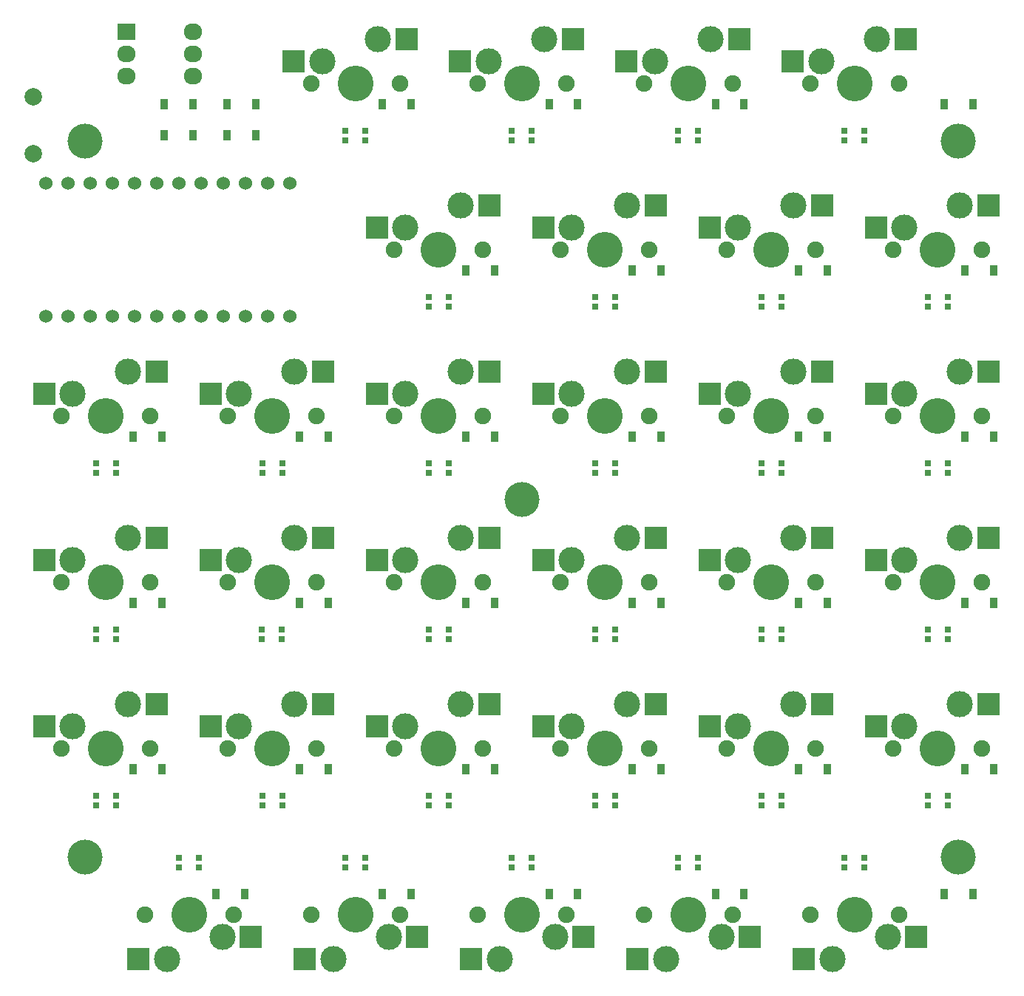
<source format=gbr>
%TF.GenerationSoftware,KiCad,Pcbnew,(5.1.9)-1*%
%TF.CreationDate,2021-05-21T21:09:54+09:00*%
%TF.ProjectId,yuiop31rs,7975696f-7033-4317-9273-2e6b69636164,1*%
%TF.SameCoordinates,Original*%
%TF.FileFunction,Soldermask,Bot*%
%TF.FilePolarity,Negative*%
%FSLAX46Y46*%
G04 Gerber Fmt 4.6, Leading zero omitted, Abs format (unit mm)*
G04 Created by KiCad (PCBNEW (5.1.9)-1) date 2021-05-21 21:09:54*
%MOMM*%
%LPD*%
G01*
G04 APERTURE LIST*
%ADD10C,4.000000*%
%ADD11R,0.700000X0.700000*%
%ADD12R,0.900000X1.200000*%
%ADD13C,1.524000*%
%ADD14C,3.000000*%
%ADD15R,2.550000X2.500000*%
%ADD16C,4.100000*%
%ADD17C,1.900000*%
%ADD18O,2.100000X1.900000*%
%ADD19R,2.100000X1.900000*%
%ADD20C,2.000000*%
G04 APERTURE END LIST*
D10*
%TO.C,HOLE5*%
X150000000Y-100000000D03*
%TD*%
%TO.C,HOLE4*%
X200000000Y-141000000D03*
%TD*%
%TO.C,HOLE3*%
X100000000Y-141000000D03*
%TD*%
%TO.C,HOLE2*%
X200000000Y-59000000D03*
%TD*%
%TO.C,HOLE1*%
X100000000Y-59000000D03*
%TD*%
D11*
%TO.C,LED9*%
X101240000Y-95878100D03*
X101240000Y-96978100D03*
X103510000Y-96978100D03*
X103510000Y-95878100D03*
%TD*%
%TO.C,LED31*%
X113035000Y-142222000D03*
X113035000Y-141122000D03*
X110765000Y-141122000D03*
X110765000Y-142222000D03*
%TD*%
%TO.C,LED30*%
X132085000Y-142222000D03*
X132085000Y-141122000D03*
X129815000Y-141122000D03*
X129815000Y-142222000D03*
%TD*%
%TO.C,LED29*%
X151135000Y-142222000D03*
X151135000Y-141122000D03*
X148865000Y-141122000D03*
X148865000Y-142222000D03*
%TD*%
%TO.C,LED28*%
X170185000Y-142222000D03*
X170185000Y-141122000D03*
X167915000Y-141122000D03*
X167915000Y-142222000D03*
%TD*%
%TO.C,LED27*%
X189235000Y-142222000D03*
X189235000Y-141122000D03*
X186965000Y-141122000D03*
X186965000Y-142222000D03*
%TD*%
%TO.C,LED26*%
X196490000Y-133978000D03*
X196490000Y-135078000D03*
X198760000Y-135078000D03*
X198760000Y-133978000D03*
%TD*%
%TO.C,LED25*%
X177440000Y-133978000D03*
X177440000Y-135078000D03*
X179710000Y-135078000D03*
X179710000Y-133978000D03*
%TD*%
%TO.C,LED24*%
X158390000Y-133978000D03*
X158390000Y-135078000D03*
X160660000Y-135078000D03*
X160660000Y-133978000D03*
%TD*%
%TO.C,LED23*%
X139340000Y-133978000D03*
X139340000Y-135078000D03*
X141610000Y-135078000D03*
X141610000Y-133978000D03*
%TD*%
%TO.C,LED22*%
X120290000Y-133978000D03*
X120290000Y-135078000D03*
X122560000Y-135078000D03*
X122560000Y-133978000D03*
%TD*%
%TO.C,LED21*%
X101240000Y-133978000D03*
X101240000Y-135078000D03*
X103510000Y-135078000D03*
X103510000Y-133978000D03*
%TD*%
%TO.C,LED20*%
X103510000Y-116028000D03*
X103510000Y-114928000D03*
X101240000Y-114928000D03*
X101240000Y-116028000D03*
%TD*%
%TO.C,LED19*%
X122504000Y-116028000D03*
X122504000Y-114928000D03*
X120234000Y-114928000D03*
X120234000Y-116028000D03*
%TD*%
%TO.C,LED18*%
X141610000Y-116028000D03*
X141610000Y-114928000D03*
X139340000Y-114928000D03*
X139340000Y-116028000D03*
%TD*%
%TO.C,LED17*%
X160660000Y-116028000D03*
X160660000Y-114928000D03*
X158390000Y-114928000D03*
X158390000Y-116028000D03*
%TD*%
%TO.C,LED16*%
X179710000Y-116028000D03*
X179710000Y-114928000D03*
X177440000Y-114928000D03*
X177440000Y-116028000D03*
%TD*%
%TO.C,LED15*%
X198760000Y-116028000D03*
X198760000Y-114928000D03*
X196490000Y-114928000D03*
X196490000Y-116028000D03*
%TD*%
%TO.C,LED14*%
X196490000Y-95878100D03*
X196490000Y-96978100D03*
X198760000Y-96978100D03*
X198760000Y-95878100D03*
%TD*%
%TO.C,LED13*%
X177440000Y-95878100D03*
X177440000Y-96978100D03*
X179710000Y-96978100D03*
X179710000Y-95878100D03*
%TD*%
%TO.C,LED12*%
X158390000Y-95878100D03*
X158390000Y-96978100D03*
X160660000Y-96978100D03*
X160660000Y-95878100D03*
%TD*%
%TO.C,LED11*%
X139340000Y-95878100D03*
X139340000Y-96978100D03*
X141610000Y-96978100D03*
X141610000Y-95878100D03*
%TD*%
%TO.C,LED10*%
X120290000Y-95878100D03*
X120290000Y-96978100D03*
X122560000Y-96978100D03*
X122560000Y-95878100D03*
%TD*%
%TO.C,LED8*%
X141610000Y-77928000D03*
X141610000Y-76828000D03*
X139340000Y-76828000D03*
X139340000Y-77928000D03*
%TD*%
%TO.C,LED7*%
X160660000Y-77928000D03*
X160660000Y-76828000D03*
X158390000Y-76828000D03*
X158390000Y-77928000D03*
%TD*%
%TO.C,LED6*%
X179710000Y-77928000D03*
X179710000Y-76828000D03*
X177440000Y-76828000D03*
X177440000Y-77928000D03*
%TD*%
%TO.C,LED5*%
X198760000Y-77928000D03*
X198760000Y-76828000D03*
X196490000Y-76828000D03*
X196490000Y-77928000D03*
%TD*%
%TO.C,LED4*%
X186965000Y-57777900D03*
X186965000Y-58877900D03*
X189235000Y-58877900D03*
X189235000Y-57777900D03*
%TD*%
%TO.C,LED3*%
X167915000Y-57777900D03*
X167915000Y-58877900D03*
X170185000Y-58877900D03*
X170185000Y-57777900D03*
%TD*%
%TO.C,LED2*%
X148865000Y-57777900D03*
X148865000Y-58877900D03*
X151135000Y-58877900D03*
X151135000Y-57777900D03*
%TD*%
%TO.C,LED1*%
X129815000Y-57777900D03*
X129815000Y-58877900D03*
X132085000Y-58877900D03*
X132085000Y-57777900D03*
%TD*%
D12*
%TO.C,D35*%
X119503000Y-58327900D03*
X116203000Y-58327900D03*
%TD*%
%TO.C,D34*%
X119503000Y-54756100D03*
X116203000Y-54756100D03*
%TD*%
%TO.C,D33*%
X112359000Y-58327900D03*
X109059000Y-58327900D03*
%TD*%
%TO.C,D32*%
X112359000Y-54756100D03*
X109059000Y-54756100D03*
%TD*%
D13*
%TO.C,U1*%
X95522000Y-79033500D03*
X98062000Y-79033500D03*
X100602000Y-79033500D03*
X103142000Y-79033500D03*
X105682000Y-79033500D03*
X108222000Y-79033500D03*
X110762000Y-79033500D03*
X113302000Y-79033500D03*
X115842000Y-79033500D03*
X118382000Y-79033500D03*
X120922000Y-79033500D03*
X123462000Y-79033500D03*
X123462000Y-63813500D03*
X120922000Y-63813500D03*
X118382000Y-63813500D03*
X115842000Y-63813500D03*
X113302000Y-63813500D03*
X110762000Y-63813500D03*
X108222000Y-63813500D03*
X105682000Y-63813500D03*
X103142000Y-63813500D03*
X100602000Y-63813500D03*
X98062000Y-63813500D03*
X95522000Y-63813500D03*
%TD*%
D14*
%TO.C,SW31*%
X191910000Y-150165000D03*
X185560000Y-152705000D03*
D15*
X195185000Y-150165000D03*
D16*
X188100000Y-147625000D03*
D17*
X183020000Y-147625000D03*
X193180000Y-147625000D03*
D15*
X182258000Y-152705000D03*
%TD*%
D14*
%TO.C,SW30*%
X172860000Y-150165000D03*
X166510000Y-152705000D03*
D15*
X176135000Y-150165000D03*
D16*
X169050000Y-147625000D03*
D17*
X163970000Y-147625000D03*
X174130000Y-147625000D03*
D15*
X163208000Y-152705000D03*
%TD*%
D14*
%TO.C,SW29*%
X153810000Y-150165000D03*
X147460000Y-152705000D03*
D15*
X157085000Y-150165000D03*
D16*
X150000000Y-147625000D03*
D17*
X144920000Y-147625000D03*
X155080000Y-147625000D03*
D15*
X144158000Y-152705000D03*
%TD*%
D14*
%TO.C,SW28*%
X134760000Y-150165000D03*
X128410000Y-152705000D03*
D15*
X138035000Y-150165000D03*
D16*
X130950000Y-147625000D03*
D17*
X125870000Y-147625000D03*
X136030000Y-147625000D03*
D15*
X125108000Y-152705000D03*
%TD*%
D14*
%TO.C,SW27*%
X115710000Y-150165000D03*
X109360000Y-152705000D03*
D15*
X118985000Y-150165000D03*
D16*
X111900000Y-147625000D03*
D17*
X106820000Y-147625000D03*
X116980000Y-147625000D03*
D15*
X106058000Y-152705000D03*
%TD*%
D14*
%TO.C,SW26*%
X193815000Y-126035000D03*
X200165000Y-123495000D03*
D15*
X190540000Y-126035000D03*
D16*
X197625000Y-128575000D03*
D17*
X202705000Y-128575000D03*
X192545000Y-128575000D03*
D15*
X203467000Y-123495000D03*
%TD*%
D14*
%TO.C,SW25*%
X174765000Y-126035000D03*
X181115000Y-123495000D03*
D15*
X171490000Y-126035000D03*
D16*
X178575000Y-128575000D03*
D17*
X183655000Y-128575000D03*
X173495000Y-128575000D03*
D15*
X184417000Y-123495000D03*
%TD*%
D14*
%TO.C,SW24*%
X155715000Y-126035000D03*
X162065000Y-123495000D03*
D15*
X152440000Y-126035000D03*
D16*
X159525000Y-128575000D03*
D17*
X164605000Y-128575000D03*
X154445000Y-128575000D03*
D15*
X165367000Y-123495000D03*
%TD*%
D14*
%TO.C,SW23*%
X136665000Y-126035000D03*
X143015000Y-123495000D03*
D15*
X133390000Y-126035000D03*
D16*
X140475000Y-128575000D03*
D17*
X145555000Y-128575000D03*
X135395000Y-128575000D03*
D15*
X146317000Y-123495000D03*
%TD*%
D14*
%TO.C,SW22*%
X117615000Y-126035000D03*
X123965000Y-123495000D03*
D15*
X114340000Y-126035000D03*
D16*
X121425000Y-128575000D03*
D17*
X126505000Y-128575000D03*
X116345000Y-128575000D03*
D15*
X127267000Y-123495000D03*
%TD*%
D14*
%TO.C,SW21*%
X98565000Y-126035000D03*
X104915000Y-123495000D03*
D15*
X95290000Y-126035000D03*
D16*
X102375000Y-128575000D03*
D17*
X107455000Y-128575000D03*
X97295000Y-128575000D03*
D15*
X108217000Y-123495000D03*
%TD*%
D14*
%TO.C,SW20*%
X193815000Y-106985000D03*
X200165000Y-104445000D03*
D15*
X190540000Y-106985000D03*
D16*
X197625000Y-109525000D03*
D17*
X202705000Y-109525000D03*
X192545000Y-109525000D03*
D15*
X203467000Y-104445000D03*
%TD*%
D14*
%TO.C,SW19*%
X174765000Y-106985000D03*
X181115000Y-104445000D03*
D15*
X171490000Y-106985000D03*
D16*
X178575000Y-109525000D03*
D17*
X183655000Y-109525000D03*
X173495000Y-109525000D03*
D15*
X184417000Y-104445000D03*
%TD*%
D14*
%TO.C,SW18*%
X155715000Y-106985000D03*
X162065000Y-104445000D03*
D15*
X152440000Y-106985000D03*
D16*
X159525000Y-109525000D03*
D17*
X164605000Y-109525000D03*
X154445000Y-109525000D03*
D15*
X165367000Y-104445000D03*
%TD*%
D14*
%TO.C,SW17*%
X136665000Y-106985000D03*
X143015000Y-104445000D03*
D15*
X133390000Y-106985000D03*
D16*
X140475000Y-109525000D03*
D17*
X145555000Y-109525000D03*
X135395000Y-109525000D03*
D15*
X146317000Y-104445000D03*
%TD*%
D14*
%TO.C,SW16*%
X117615000Y-106985000D03*
X123965000Y-104445000D03*
D15*
X114340000Y-106985000D03*
D16*
X121425000Y-109525000D03*
D17*
X126505000Y-109525000D03*
X116345000Y-109525000D03*
D15*
X127267000Y-104445000D03*
%TD*%
D14*
%TO.C,SW15*%
X98565000Y-106985000D03*
X104915000Y-104445000D03*
D15*
X95290000Y-106985000D03*
D16*
X102375000Y-109525000D03*
D17*
X107455000Y-109525000D03*
X97295000Y-109525000D03*
D15*
X108217000Y-104445000D03*
%TD*%
D14*
%TO.C,SW14*%
X193815000Y-87935000D03*
X200165000Y-85395000D03*
D15*
X190540000Y-87935000D03*
D16*
X197625000Y-90475000D03*
D17*
X202705000Y-90475000D03*
X192545000Y-90475000D03*
D15*
X203467000Y-85395000D03*
%TD*%
D14*
%TO.C,SW13*%
X174765000Y-87935000D03*
X181115000Y-85395000D03*
D15*
X171490000Y-87935000D03*
D16*
X178575000Y-90475000D03*
D17*
X183655000Y-90475000D03*
X173495000Y-90475000D03*
D15*
X184417000Y-85395000D03*
%TD*%
D14*
%TO.C,SW12*%
X155715000Y-87935000D03*
X162065000Y-85395000D03*
D15*
X152440000Y-87935000D03*
D16*
X159525000Y-90475000D03*
D17*
X164605000Y-90475000D03*
X154445000Y-90475000D03*
D15*
X165367000Y-85395000D03*
%TD*%
D14*
%TO.C,SW11*%
X136665000Y-87935000D03*
X143015000Y-85395000D03*
D15*
X133390000Y-87935000D03*
D16*
X140475000Y-90475000D03*
D17*
X145555000Y-90475000D03*
X135395000Y-90475000D03*
D15*
X146317000Y-85395000D03*
%TD*%
D14*
%TO.C,SW10*%
X117615000Y-87935000D03*
X123965000Y-85395000D03*
D15*
X114340000Y-87935000D03*
D16*
X121425000Y-90475000D03*
D17*
X126505000Y-90475000D03*
X116345000Y-90475000D03*
D15*
X127267000Y-85395000D03*
%TD*%
D14*
%TO.C,SW9*%
X98565000Y-87935000D03*
X104915000Y-85395000D03*
D15*
X95290000Y-87935000D03*
D16*
X102375000Y-90475000D03*
D17*
X107455000Y-90475000D03*
X97295000Y-90475000D03*
D15*
X108217000Y-85395000D03*
%TD*%
D14*
%TO.C,SW8*%
X193815000Y-68884900D03*
X200165000Y-66344900D03*
D15*
X190540000Y-68884900D03*
D16*
X197625000Y-71424900D03*
D17*
X202705000Y-71424900D03*
X192545000Y-71424900D03*
D15*
X203467000Y-66344900D03*
%TD*%
D14*
%TO.C,SW7*%
X174765000Y-68884900D03*
X181115000Y-66344900D03*
D15*
X171490000Y-68884900D03*
D16*
X178575000Y-71424900D03*
D17*
X183655000Y-71424900D03*
X173495000Y-71424900D03*
D15*
X184417000Y-66344900D03*
%TD*%
D14*
%TO.C,SW6*%
X155715000Y-68884900D03*
X162065000Y-66344900D03*
D15*
X152440000Y-68884900D03*
D16*
X159525000Y-71424900D03*
D17*
X164605000Y-71424900D03*
X154445000Y-71424900D03*
D15*
X165367000Y-66344900D03*
%TD*%
D14*
%TO.C,SW5*%
X136665000Y-68884900D03*
X143015000Y-66344900D03*
D15*
X133390000Y-68884900D03*
D16*
X140475000Y-71424900D03*
D17*
X145555000Y-71424900D03*
X135395000Y-71424900D03*
D15*
X146317000Y-66344900D03*
%TD*%
D14*
%TO.C,SW4*%
X184290000Y-49834800D03*
X190640000Y-47294800D03*
D15*
X181015000Y-49834800D03*
D16*
X188100000Y-52374800D03*
D17*
X193180000Y-52374800D03*
X183020000Y-52374800D03*
D15*
X193942000Y-47294800D03*
%TD*%
D14*
%TO.C,SW3*%
X165240000Y-49834800D03*
X171590000Y-47294800D03*
D15*
X161965000Y-49834800D03*
D16*
X169050000Y-52374800D03*
D17*
X174130000Y-52374800D03*
X163970000Y-52374800D03*
D15*
X174892000Y-47294800D03*
%TD*%
D14*
%TO.C,SW2*%
X146190000Y-49834800D03*
X152540000Y-47294800D03*
D15*
X142915000Y-49834800D03*
D16*
X150000000Y-52374800D03*
D17*
X155080000Y-52374800D03*
X144920000Y-52374800D03*
D15*
X155842000Y-47294800D03*
%TD*%
D14*
%TO.C,SW1*%
X127140000Y-49834800D03*
X133490000Y-47294800D03*
D15*
X123865000Y-49834800D03*
D16*
X130950000Y-52374800D03*
D17*
X136030000Y-52374800D03*
X125870000Y-52374800D03*
D15*
X136792000Y-47294800D03*
%TD*%
D18*
%TO.C,ROT_SW1*%
X112376000Y-51501700D03*
X104756000Y-51501700D03*
X112376000Y-48961700D03*
X104756000Y-48961700D03*
X112376000Y-46421700D03*
D19*
X104756000Y-46421700D03*
%TD*%
D20*
%TO.C,RESET_SW1*%
X94040400Y-60387300D03*
X94040400Y-53887300D03*
%TD*%
D12*
%TO.C,D31*%
X201656000Y-145244000D03*
X198356000Y-145244000D03*
%TD*%
%TO.C,D30*%
X175463000Y-145244000D03*
X172163000Y-145244000D03*
%TD*%
%TO.C,D29*%
X156413000Y-145244000D03*
X153113000Y-145244000D03*
%TD*%
%TO.C,D28*%
X137362000Y-145244000D03*
X134062000Y-145244000D03*
%TD*%
%TO.C,D27*%
X118312000Y-145244000D03*
X115012000Y-145244000D03*
%TD*%
%TO.C,D26*%
X204038000Y-130956000D03*
X200738000Y-130956000D03*
%TD*%
%TO.C,D25*%
X184988000Y-130956000D03*
X181688000Y-130956000D03*
%TD*%
%TO.C,D24*%
X165938000Y-130956000D03*
X162638000Y-130956000D03*
%TD*%
%TO.C,D23*%
X146887000Y-130956000D03*
X143587000Y-130956000D03*
%TD*%
%TO.C,D22*%
X127837000Y-130956000D03*
X124537000Y-130956000D03*
%TD*%
%TO.C,D21*%
X108787000Y-130956000D03*
X105487000Y-130956000D03*
%TD*%
%TO.C,D20*%
X204038000Y-111906000D03*
X200738000Y-111906000D03*
%TD*%
%TO.C,D19*%
X184988000Y-111906000D03*
X181688000Y-111906000D03*
%TD*%
%TO.C,D18*%
X165938000Y-111906000D03*
X162638000Y-111906000D03*
%TD*%
%TO.C,D17*%
X146887000Y-111906000D03*
X143587000Y-111906000D03*
%TD*%
%TO.C,D16*%
X127837000Y-111906000D03*
X124537000Y-111906000D03*
%TD*%
%TO.C,D15*%
X108787000Y-111906000D03*
X105487000Y-111906000D03*
%TD*%
%TO.C,D14*%
X204038000Y-92856200D03*
X200738000Y-92856200D03*
%TD*%
%TO.C,D13*%
X184988000Y-92856200D03*
X181688000Y-92856200D03*
%TD*%
%TO.C,D12*%
X165938000Y-92856200D03*
X162638000Y-92856200D03*
%TD*%
%TO.C,D11*%
X146887000Y-92856200D03*
X143587000Y-92856200D03*
%TD*%
%TO.C,D10*%
X127837000Y-92856200D03*
X124537000Y-92856200D03*
%TD*%
%TO.C,D9*%
X108787000Y-92856200D03*
X105487000Y-92856200D03*
%TD*%
%TO.C,D8*%
X204038000Y-73806100D03*
X200738000Y-73806100D03*
%TD*%
%TO.C,D7*%
X184988000Y-73806100D03*
X181688000Y-73806100D03*
%TD*%
%TO.C,D6*%
X165938000Y-73806100D03*
X162638000Y-73806100D03*
%TD*%
%TO.C,D5*%
X146887000Y-73806100D03*
X143587000Y-73806100D03*
%TD*%
%TO.C,D4*%
X201656000Y-54756100D03*
X198356000Y-54756100D03*
%TD*%
%TO.C,D3*%
X175463000Y-54756100D03*
X172163000Y-54756100D03*
%TD*%
%TO.C,D2*%
X156413000Y-54756100D03*
X153113000Y-54756100D03*
%TD*%
%TO.C,D1*%
X137362000Y-54756100D03*
X134062000Y-54756100D03*
%TD*%
M02*

</source>
